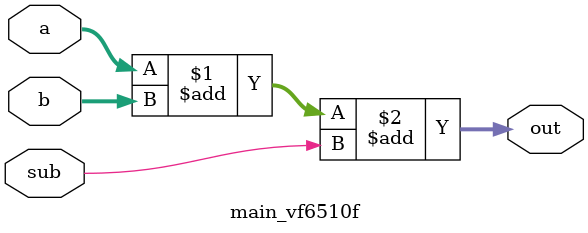
<source format=v>

`default_nettype none

module add (
 input [32:1] a,
 input [32:1] b,
 input carry,
 output [32:1] c,
 output [0:7] vinit
);
 wire w0;
 wire [0:31] w1;
 wire [0:31] w2;
 wire [0:31] w3;
 assign w0 = carry;
 assign w1 = a;
 assign w2 = b;
 assign c = w3;
 main_vf6510f vf6510f (
  .sub(w0),
  .b(w1),
  .a(w2),
  .out(w3)
 );
 assign vinit = 8'b00000000;
endmodule

/*-------------------------------------------------*/
/*--   */
/*-- - - - - - - - - - - - - - - - - - - - - - - --*/
/*-- 
/*-------------------------------------------------*/

module main_vf6510f (
 input [32:1] a,
 input [32:1] b,
 input sub,
 output [32:1] out
);
 assign out = a + b + sub;
endmodule

</source>
